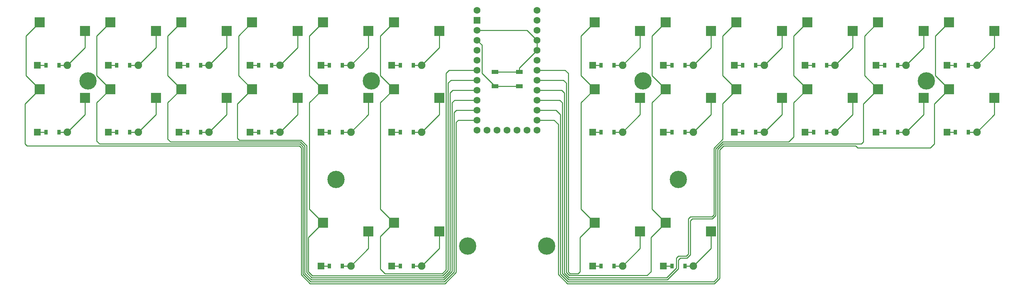
<source format=gbr>
%TF.GenerationSoftware,KiCad,Pcbnew,9.0.0*%
%TF.CreationDate,2025-03-17T14:32:24+01:00*%
%TF.ProjectId,pcb,7063622e-6b69-4636-9164-5f7063625858,v1.0.0*%
%TF.SameCoordinates,Original*%
%TF.FileFunction,Copper,L2,Bot*%
%TF.FilePolarity,Positive*%
%FSLAX46Y46*%
G04 Gerber Fmt 4.6, Leading zero omitted, Abs format (unit mm)*
G04 Created by KiCad (PCBNEW 9.0.0) date 2025-03-17 14:32:24*
%MOMM*%
%LPD*%
G01*
G04 APERTURE LIST*
%TA.AperFunction,SMDPad,CuDef*%
%ADD10R,2.600000X2.600000*%
%TD*%
%TA.AperFunction,SMDPad,CuDef*%
%ADD11R,0.900000X1.200000*%
%TD*%
%TA.AperFunction,ComponentPad*%
%ADD12R,1.778000X1.778000*%
%TD*%
%TA.AperFunction,ComponentPad*%
%ADD13C,1.905000*%
%TD*%
%TA.AperFunction,ComponentPad*%
%ADD14C,1.752600*%
%TD*%
%TA.AperFunction,ComponentPad*%
%ADD15R,1.752600X1.752600*%
%TD*%
%TA.AperFunction,SMDPad,CuDef*%
%ADD16R,1.800000X1.100000*%
%TD*%
%TA.AperFunction,ComponentPad*%
%ADD17C,4.400000*%
%TD*%
%TA.AperFunction,ComponentPad*%
%ADD18C,0.700000*%
%TD*%
%TA.AperFunction,Conductor*%
%ADD19C,0.250000*%
%TD*%
G04 APERTURE END LIST*
D10*
%TO.P,S1,1*%
%TO.N,D23*%
X96725000Y-94050000D03*
%TO.P,S1,2*%
%TO.N,outer_lbottom*%
X108275000Y-96250000D03*
%TD*%
%TO.P,S2,1*%
%TO.N,D23*%
X96725000Y-77050000D03*
%TO.P,S2,2*%
%TO.N,outer_ltop*%
X108275000Y-79250000D03*
%TD*%
%TO.P,S3,1*%
%TO.N,D20*%
X114725000Y-94050000D03*
%TO.P,S3,2*%
%TO.N,pinky_lbottom*%
X126275000Y-96250000D03*
%TD*%
%TO.P,S4,1*%
%TO.N,D20*%
X114725000Y-77050000D03*
%TO.P,S4,2*%
%TO.N,pinky_ltop*%
X126275000Y-79250000D03*
%TD*%
%TO.P,S5,1*%
%TO.N,D22*%
X132725000Y-94050000D03*
%TO.P,S5,2*%
%TO.N,ring_lbottom*%
X144275000Y-96250000D03*
%TD*%
%TO.P,S6,1*%
%TO.N,D22*%
X132725000Y-77050000D03*
%TO.P,S6,2*%
%TO.N,ring_ltop*%
X144275000Y-79250000D03*
%TD*%
%TO.P,S7,1*%
%TO.N,D26*%
X150725000Y-94050000D03*
%TO.P,S7,2*%
%TO.N,middle_lbottom*%
X162275000Y-96250000D03*
%TD*%
%TO.P,S8,1*%
%TO.N,D26*%
X150725000Y-77050000D03*
%TO.P,S8,2*%
%TO.N,middle_ltop*%
X162275000Y-79250000D03*
%TD*%
%TO.P,S9,1*%
%TO.N,D27*%
X168725000Y-94050000D03*
%TO.P,S9,2*%
%TO.N,index_lbottom*%
X180275000Y-96250000D03*
%TD*%
%TO.P,S10,1*%
%TO.N,D27*%
X168725000Y-77050000D03*
%TO.P,S10,2*%
%TO.N,index_ltop*%
X180275000Y-79250000D03*
%TD*%
%TO.P,S11,1*%
%TO.N,D28*%
X186725000Y-94050000D03*
%TO.P,S11,2*%
%TO.N,inner_lbottom*%
X198275000Y-96250000D03*
%TD*%
%TO.P,S12,1*%
%TO.N,D28*%
X186725000Y-77050000D03*
%TO.P,S12,2*%
%TO.N,inner_ltop*%
X198275000Y-79250000D03*
%TD*%
%TO.P,S13,1*%
%TO.N,D3*%
X237725000Y-94050000D03*
%TO.P,S13,2*%
%TO.N,inner_rbottom*%
X249275000Y-96250000D03*
%TD*%
%TO.P,S14,1*%
%TO.N,D3*%
X237725000Y-77050000D03*
%TO.P,S14,2*%
%TO.N,inner_rtop*%
X249275000Y-79250000D03*
%TD*%
%TO.P,S15,1*%
%TO.N,D4*%
X255725000Y-94050000D03*
%TO.P,S15,2*%
%TO.N,index_rbottom*%
X267275000Y-96250000D03*
%TD*%
%TO.P,S16,1*%
%TO.N,D4*%
X255725000Y-77050000D03*
%TO.P,S16,2*%
%TO.N,index_rtop*%
X267275000Y-79250000D03*
%TD*%
%TO.P,S17,1*%
%TO.N,D5*%
X273725000Y-94050000D03*
%TO.P,S17,2*%
%TO.N,middle_rbottom*%
X285275000Y-96250000D03*
%TD*%
%TO.P,S18,1*%
%TO.N,D5*%
X273725000Y-77050000D03*
%TO.P,S18,2*%
%TO.N,middle_rtop*%
X285275000Y-79250000D03*
%TD*%
%TO.P,S19,1*%
%TO.N,D6*%
X291725000Y-94050000D03*
%TO.P,S19,2*%
%TO.N,ring_rbottom*%
X303275000Y-96250000D03*
%TD*%
%TO.P,S20,1*%
%TO.N,D6*%
X291725000Y-77050000D03*
%TO.P,S20,2*%
%TO.N,ring_rtop*%
X303275000Y-79250000D03*
%TD*%
%TO.P,S21,1*%
%TO.N,D7*%
X309725000Y-94050000D03*
%TO.P,S21,2*%
%TO.N,pinky_rbottom*%
X321275000Y-96250000D03*
%TD*%
%TO.P,S22,1*%
%TO.N,D7*%
X309725000Y-77050000D03*
%TO.P,S22,2*%
%TO.N,pinky_rtop*%
X321275000Y-79250000D03*
%TD*%
%TO.P,S23,1*%
%TO.N,D8*%
X327725000Y-94050000D03*
%TO.P,S23,2*%
%TO.N,outer_rbottom*%
X339275000Y-96250000D03*
%TD*%
%TO.P,S24,1*%
%TO.N,D8*%
X327725000Y-77050000D03*
%TO.P,S24,2*%
%TO.N,outer_rtop*%
X339275000Y-79250000D03*
%TD*%
%TO.P,S25,1*%
%TO.N,D27*%
X168725000Y-128050000D03*
%TO.P,S25,2*%
%TO.N,outer_lttop*%
X180275000Y-130250000D03*
%TD*%
%TO.P,S26,1*%
%TO.N,D28*%
X186725000Y-128050000D03*
%TO.P,S26,2*%
%TO.N,inner_lttop*%
X198275000Y-130250000D03*
%TD*%
%TO.P,S27,1*%
%TO.N,D3*%
X237725000Y-128050000D03*
%TO.P,S27,2*%
%TO.N,inner_rttop*%
X249275000Y-130250000D03*
%TD*%
%TO.P,S28,1*%
%TO.N,D4*%
X255725000Y-128050000D03*
%TO.P,S28,2*%
%TO.N,outer_rttop*%
X267275000Y-130250000D03*
%TD*%
D11*
%TO.P,D1,2*%
%TO.N,outer_lbottom*%
X101650000Y-105000000D03*
%TO.P,D1,1*%
%TO.N,D21*%
X98350000Y-105000000D03*
D12*
X96190000Y-105000000D03*
D13*
%TO.P,D1,2*%
%TO.N,outer_lbottom*%
X103810000Y-105000000D03*
%TD*%
D11*
%TO.P,D2,2*%
%TO.N,outer_ltop*%
X101650000Y-88000000D03*
%TO.P,D2,1*%
%TO.N,D29*%
X98350000Y-88000000D03*
D12*
X96190000Y-88000000D03*
D13*
%TO.P,D2,2*%
%TO.N,outer_ltop*%
X103810000Y-88000000D03*
%TD*%
D11*
%TO.P,D3,2*%
%TO.N,pinky_lbottom*%
X119650000Y-105000000D03*
%TO.P,D3,1*%
%TO.N,D21*%
X116350000Y-105000000D03*
D12*
X114190000Y-105000000D03*
D13*
%TO.P,D3,2*%
%TO.N,pinky_lbottom*%
X121810000Y-105000000D03*
%TD*%
D11*
%TO.P,D4,2*%
%TO.N,pinky_ltop*%
X119650000Y-88000000D03*
%TO.P,D4,1*%
%TO.N,D29*%
X116350000Y-88000000D03*
D12*
X114190000Y-88000000D03*
D13*
%TO.P,D4,2*%
%TO.N,pinky_ltop*%
X121810000Y-88000000D03*
%TD*%
D11*
%TO.P,D5,2*%
%TO.N,ring_lbottom*%
X137650000Y-105000000D03*
%TO.P,D5,1*%
%TO.N,D21*%
X134350000Y-105000000D03*
D12*
X132190000Y-105000000D03*
D13*
%TO.P,D5,2*%
%TO.N,ring_lbottom*%
X139810000Y-105000000D03*
%TD*%
D11*
%TO.P,D6,2*%
%TO.N,ring_ltop*%
X137650000Y-88000000D03*
%TO.P,D6,1*%
%TO.N,D29*%
X134350000Y-88000000D03*
D12*
X132190000Y-88000000D03*
D13*
%TO.P,D6,2*%
%TO.N,ring_ltop*%
X139810000Y-88000000D03*
%TD*%
D11*
%TO.P,D7,2*%
%TO.N,middle_lbottom*%
X155650000Y-105000000D03*
%TO.P,D7,1*%
%TO.N,D21*%
X152350000Y-105000000D03*
D12*
X150190000Y-105000000D03*
D13*
%TO.P,D7,2*%
%TO.N,middle_lbottom*%
X157810000Y-105000000D03*
%TD*%
D11*
%TO.P,D8,2*%
%TO.N,middle_ltop*%
X155650000Y-88000000D03*
%TO.P,D8,1*%
%TO.N,D29*%
X152350000Y-88000000D03*
D12*
X150190000Y-88000000D03*
D13*
%TO.P,D8,2*%
%TO.N,middle_ltop*%
X157810000Y-88000000D03*
%TD*%
D11*
%TO.P,D9,2*%
%TO.N,index_lbottom*%
X173650000Y-105000000D03*
%TO.P,D9,1*%
%TO.N,D21*%
X170350000Y-105000000D03*
D12*
X168190000Y-105000000D03*
D13*
%TO.P,D9,2*%
%TO.N,index_lbottom*%
X175810000Y-105000000D03*
%TD*%
D11*
%TO.P,D10,2*%
%TO.N,index_ltop*%
X173650000Y-88000000D03*
%TO.P,D10,1*%
%TO.N,D29*%
X170350000Y-88000000D03*
D12*
X168190000Y-88000000D03*
D13*
%TO.P,D10,2*%
%TO.N,index_ltop*%
X175810000Y-88000000D03*
%TD*%
D11*
%TO.P,D11,2*%
%TO.N,inner_lbottom*%
X191650000Y-105000000D03*
%TO.P,D11,1*%
%TO.N,D21*%
X188350000Y-105000000D03*
D12*
X186190000Y-105000000D03*
D13*
%TO.P,D11,2*%
%TO.N,inner_lbottom*%
X193810000Y-105000000D03*
%TD*%
D11*
%TO.P,D12,2*%
%TO.N,inner_ltop*%
X191650000Y-88000000D03*
%TO.P,D12,1*%
%TO.N,D29*%
X188350000Y-88000000D03*
D12*
X186190000Y-88000000D03*
D13*
%TO.P,D12,2*%
%TO.N,inner_ltop*%
X193810000Y-88000000D03*
%TD*%
D11*
%TO.P,D13,2*%
%TO.N,inner_rbottom*%
X242650000Y-105000000D03*
%TO.P,D13,1*%
%TO.N,D9*%
X239350000Y-105000000D03*
D12*
X237190000Y-105000000D03*
D13*
%TO.P,D13,2*%
%TO.N,inner_rbottom*%
X244810000Y-105000000D03*
%TD*%
D11*
%TO.P,D14,2*%
%TO.N,inner_rtop*%
X242650000Y-88000000D03*
%TO.P,D14,1*%
%TO.N,D2*%
X239350000Y-88000000D03*
D12*
X237190000Y-88000000D03*
D13*
%TO.P,D14,2*%
%TO.N,inner_rtop*%
X244810000Y-88000000D03*
%TD*%
D11*
%TO.P,D15,2*%
%TO.N,index_rbottom*%
X260650000Y-105000000D03*
%TO.P,D15,1*%
%TO.N,D9*%
X257350000Y-105000000D03*
D12*
X255190000Y-105000000D03*
D13*
%TO.P,D15,2*%
%TO.N,index_rbottom*%
X262810000Y-105000000D03*
%TD*%
D11*
%TO.P,D16,2*%
%TO.N,index_rtop*%
X260650000Y-88000000D03*
%TO.P,D16,1*%
%TO.N,D2*%
X257350000Y-88000000D03*
D12*
X255190000Y-88000000D03*
D13*
%TO.P,D16,2*%
%TO.N,index_rtop*%
X262810000Y-88000000D03*
%TD*%
D11*
%TO.P,D17,2*%
%TO.N,middle_rbottom*%
X278650000Y-105000000D03*
%TO.P,D17,1*%
%TO.N,D9*%
X275350000Y-105000000D03*
D12*
X273190000Y-105000000D03*
D13*
%TO.P,D17,2*%
%TO.N,middle_rbottom*%
X280810000Y-105000000D03*
%TD*%
D11*
%TO.P,D18,2*%
%TO.N,middle_rtop*%
X278650000Y-88000000D03*
%TO.P,D18,1*%
%TO.N,D2*%
X275350000Y-88000000D03*
D12*
X273190000Y-88000000D03*
D13*
%TO.P,D18,2*%
%TO.N,middle_rtop*%
X280810000Y-88000000D03*
%TD*%
D11*
%TO.P,D19,2*%
%TO.N,ring_rbottom*%
X296650000Y-105000000D03*
%TO.P,D19,1*%
%TO.N,D9*%
X293350000Y-105000000D03*
D12*
X291190000Y-105000000D03*
D13*
%TO.P,D19,2*%
%TO.N,ring_rbottom*%
X298810000Y-105000000D03*
%TD*%
D11*
%TO.P,D20,2*%
%TO.N,ring_rtop*%
X296650000Y-88000000D03*
%TO.P,D20,1*%
%TO.N,D2*%
X293350000Y-88000000D03*
D12*
X291190000Y-88000000D03*
D13*
%TO.P,D20,2*%
%TO.N,ring_rtop*%
X298810000Y-88000000D03*
%TD*%
D11*
%TO.P,D21,2*%
%TO.N,pinky_rbottom*%
X314650000Y-105000000D03*
%TO.P,D21,1*%
%TO.N,D9*%
X311350000Y-105000000D03*
D12*
X309190000Y-105000000D03*
D13*
%TO.P,D21,2*%
%TO.N,pinky_rbottom*%
X316810000Y-105000000D03*
%TD*%
D11*
%TO.P,D22,2*%
%TO.N,pinky_rtop*%
X314650000Y-88000000D03*
%TO.P,D22,1*%
%TO.N,D2*%
X311350000Y-88000000D03*
D12*
X309190000Y-88000000D03*
D13*
%TO.P,D22,2*%
%TO.N,pinky_rtop*%
X316810000Y-88000000D03*
%TD*%
D11*
%TO.P,D23,2*%
%TO.N,outer_rbottom*%
X332650000Y-105000000D03*
%TO.P,D23,1*%
%TO.N,D9*%
X329350000Y-105000000D03*
D12*
X327190000Y-105000000D03*
D13*
%TO.P,D23,2*%
%TO.N,outer_rbottom*%
X334810000Y-105000000D03*
%TD*%
D11*
%TO.P,D24,2*%
%TO.N,outer_rtop*%
X332650000Y-88000000D03*
%TO.P,D24,1*%
%TO.N,D2*%
X329350000Y-88000000D03*
D12*
X327190000Y-88000000D03*
D13*
%TO.P,D24,2*%
%TO.N,outer_rtop*%
X334810000Y-88000000D03*
%TD*%
D11*
%TO.P,D25,2*%
%TO.N,outer_lttop*%
X173650000Y-139000000D03*
%TO.P,D25,1*%
%TO.N,D1*%
X170350000Y-139000000D03*
D12*
X168190000Y-139000000D03*
D13*
%TO.P,D25,2*%
%TO.N,outer_lttop*%
X175810000Y-139000000D03*
%TD*%
D11*
%TO.P,D26,2*%
%TO.N,inner_lttop*%
X191650000Y-139000000D03*
%TO.P,D26,1*%
%TO.N,D1*%
X188350000Y-139000000D03*
D12*
X186190000Y-139000000D03*
D13*
%TO.P,D26,2*%
%TO.N,inner_lttop*%
X193810000Y-139000000D03*
%TD*%
D11*
%TO.P,D27,2*%
%TO.N,inner_rttop*%
X242650000Y-139000000D03*
%TO.P,D27,1*%
%TO.N,D1*%
X239350000Y-139000000D03*
D12*
X237190000Y-139000000D03*
D13*
%TO.P,D27,2*%
%TO.N,inner_rttop*%
X244810000Y-139000000D03*
%TD*%
D11*
%TO.P,D28,2*%
%TO.N,outer_rttop*%
X260650000Y-139000000D03*
%TO.P,D28,1*%
%TO.N,D1*%
X257350000Y-139000000D03*
D12*
X255190000Y-139000000D03*
D13*
%TO.P,D28,2*%
%TO.N,outer_rttop*%
X262810000Y-139000000D03*
%TD*%
D14*
%TO.P,MCU1,2*%
%TO.N,Dm*%
X207880000Y-73990000D03*
D15*
%TO.P,MCU1,1*%
%TO.N,RAW*%
X207880000Y-76530000D03*
D14*
%TO.P,MCU1,2*%
%TO.N,GND*%
X207880000Y-79070000D03*
%TO.P,MCU1,3*%
%TO.N,RST*%
X207880000Y-81610000D03*
%TO.P,MCU1,4*%
%TO.N,VCC*%
X207880000Y-84150000D03*
%TO.P,MCU1,5*%
%TO.N,D29*%
X207880000Y-86690000D03*
%TO.P,MCU1,6*%
%TO.N,D28*%
X207880000Y-89230000D03*
%TO.P,MCU1,7*%
%TO.N,D27*%
X207880000Y-91770000D03*
%TO.P,MCU1,8*%
%TO.N,D26*%
X207880000Y-94310000D03*
%TO.P,MCU1,9*%
%TO.N,D22*%
X207880000Y-96850000D03*
%TO.P,MCU1,10*%
%TO.N,D20*%
X207880000Y-99390000D03*
%TO.P,MCU1,11*%
%TO.N,D23*%
X207880000Y-101930000D03*
%TO.P,MCU1,12*%
%TO.N,D21*%
X207880000Y-104470000D03*
%TO.P,MCU1,13*%
%TO.N,D12*%
X220580000Y-104470000D03*
%TO.P,MCU1,14*%
%TO.N,D13*%
X218040000Y-104470000D03*
%TO.P,MCU1,15*%
%TO.N,D14*%
X215500000Y-104470000D03*
%TO.P,MCU1,16*%
%TO.N,D15*%
X212960000Y-104470000D03*
%TO.P,MCU1,17*%
%TO.N,D16*%
X210420000Y-104470000D03*
%TO.P,MCU1,18*%
%TO.N,Dp*%
X223120000Y-73990000D03*
%TO.P,MCU1,19*%
%TO.N,D0*%
X223120000Y-76530000D03*
%TO.P,MCU1,20*%
%TO.N,D1*%
X223120000Y-79070000D03*
%TO.P,MCU1,21*%
%TO.N,GND*%
X223120000Y-81610000D03*
%TO.P,MCU1,22*%
X223120000Y-84150000D03*
%TO.P,MCU1,23*%
%TO.N,D2*%
X223120000Y-86690000D03*
%TO.P,MCU1,24*%
%TO.N,D3*%
X223120000Y-89230000D03*
%TO.P,MCU1,25*%
%TO.N,D4*%
X223120000Y-91770000D03*
%TO.P,MCU1,26*%
%TO.N,D5*%
X223120000Y-94310000D03*
%TO.P,MCU1,27*%
%TO.N,D6*%
X223120000Y-96850000D03*
%TO.P,MCU1,28*%
%TO.N,D7*%
X223120000Y-99390000D03*
%TO.P,MCU1,29*%
%TO.N,D8*%
X223120000Y-101930000D03*
%TO.P,MCU1,30*%
%TO.N,D9*%
X223120000Y-104470000D03*
%TD*%
D16*
%TO.P,B1,1*%
%TO.N,GND*%
X212400000Y-89650000D03*
X218600000Y-89650000D03*
%TO.P,B1,2*%
%TO.N,RST*%
X212400000Y-93350000D03*
X218600000Y-93350000D03*
%TD*%
D17*
%TO.P,_1,1*%
%TO.N,N/C*%
X109000000Y-92000000D03*
D18*
X110629630Y-92000000D03*
X110152322Y-93152322D03*
X109000000Y-93629630D03*
X107847678Y-93152322D03*
X107370370Y-92000000D03*
X107847678Y-90847678D03*
X109000000Y-90370370D03*
X110152322Y-90847678D03*
%TD*%
D17*
%TO.P,_2,1*%
%TO.N,N/C*%
X181000000Y-92000000D03*
D18*
X182629630Y-92000000D03*
X182152322Y-93152322D03*
X181000000Y-93629630D03*
X179847678Y-93152322D03*
X179370370Y-92000000D03*
X179847678Y-90847678D03*
X181000000Y-90370370D03*
X182152322Y-90847678D03*
%TD*%
D17*
%TO.P,_3,1*%
%TO.N,N/C*%
X250000000Y-92000000D03*
D18*
X251629630Y-92000000D03*
X251152322Y-93152322D03*
X250000000Y-93629630D03*
X248847678Y-93152322D03*
X248370370Y-92000000D03*
X248847678Y-90847678D03*
X250000000Y-90370370D03*
X251152322Y-90847678D03*
%TD*%
D17*
%TO.P,_4,1*%
%TO.N,N/C*%
X322000000Y-92000000D03*
D18*
X323629630Y-92000000D03*
X323152322Y-93152322D03*
X322000000Y-93629630D03*
X320847678Y-93152322D03*
X320370370Y-92000000D03*
X320847678Y-90847678D03*
X322000000Y-90370370D03*
X323152322Y-90847678D03*
%TD*%
D17*
%TO.P,_5,1*%
%TO.N,N/C*%
X172000000Y-117000000D03*
D18*
X173629630Y-117000000D03*
X173152322Y-118152322D03*
X172000000Y-118629630D03*
X170847678Y-118152322D03*
X170370370Y-117000000D03*
X170847678Y-115847678D03*
X172000000Y-115370370D03*
X173152322Y-115847678D03*
%TD*%
D17*
%TO.P,_6,1*%
%TO.N,N/C*%
X259000000Y-117000000D03*
D18*
X260629630Y-117000000D03*
X260152322Y-118152322D03*
X259000000Y-118629630D03*
X257847678Y-118152322D03*
X257370370Y-117000000D03*
X257847678Y-115847678D03*
X259000000Y-115370370D03*
X260152322Y-115847678D03*
%TD*%
D17*
%TO.P,_7,1*%
%TO.N,N/C*%
X205500000Y-134000000D03*
D18*
X207129630Y-134000000D03*
X206652322Y-135152322D03*
X205500000Y-135629630D03*
X204347678Y-135152322D03*
X203870370Y-134000000D03*
X204347678Y-132847678D03*
X205500000Y-132370370D03*
X206652322Y-132847678D03*
%TD*%
D17*
%TO.P,_8,1*%
%TO.N,N/C*%
X225500000Y-134000000D03*
D18*
X227129630Y-134000000D03*
X226652322Y-135152322D03*
X225500000Y-135629630D03*
X224347678Y-135152322D03*
X223870370Y-134000000D03*
X224347678Y-132847678D03*
X225500000Y-132370370D03*
X226652322Y-132847678D03*
%TD*%
D19*
%TO.N,D3*%
X237725000Y-128050000D02*
X234000000Y-131775000D01*
X234000000Y-131775000D02*
X234000000Y-140500000D01*
X231500000Y-141000000D02*
X231000000Y-140500000D01*
X234000000Y-140500000D02*
X233500000Y-141000000D01*
X231000000Y-140500000D02*
X231000000Y-90000000D01*
X233500000Y-141000000D02*
X231500000Y-141000000D01*
X231000000Y-90000000D02*
X230230000Y-89230000D01*
X230230000Y-89230000D02*
X223120000Y-89230000D01*
%TO.N,D4*%
X255725000Y-128050000D02*
X252000000Y-131775000D01*
X252000000Y-140500000D02*
X251049000Y-141451000D01*
X251049000Y-141451000D02*
X231313190Y-141451000D01*
X231313190Y-141451000D02*
X230500000Y-140637810D01*
X252000000Y-131775000D02*
X252000000Y-140500000D01*
X230500000Y-92500000D02*
X229770000Y-91770000D01*
X230500000Y-140637810D02*
X230500000Y-92500000D01*
X229770000Y-91770000D02*
X223120000Y-91770000D01*
%TO.N,D5*%
X273725000Y-94275000D02*
X270273100Y-97726900D01*
X270273100Y-106813470D02*
X268000000Y-109086570D01*
X261500000Y-127000000D02*
X261500000Y-136000000D01*
X261500000Y-136000000D02*
X261000000Y-136500000D01*
X268000000Y-109086570D02*
X268000000Y-126000000D01*
X256052000Y-142000000D02*
X231224380Y-142000000D01*
X268000000Y-126000000D02*
X267500000Y-126500000D01*
X273725000Y-94050000D02*
X273725000Y-94275000D01*
X259000000Y-136500000D02*
X258500000Y-137000000D01*
X267500000Y-126500000D02*
X262000000Y-126500000D01*
X270273100Y-97726900D02*
X270273100Y-106813470D01*
X229310000Y-94310000D02*
X223120000Y-94310000D01*
X262000000Y-126500000D02*
X261500000Y-127000000D01*
X261000000Y-136500000D02*
X259000000Y-136500000D01*
X258500000Y-137000000D02*
X258500000Y-139552000D01*
X258500000Y-139552000D02*
X256052000Y-142000000D01*
X231224380Y-142000000D02*
X230000000Y-140775620D01*
X230000000Y-140775620D02*
X230000000Y-95000000D01*
X230000000Y-95000000D02*
X229310000Y-94310000D01*
%TO.N,D6*%
X268500000Y-126137810D02*
X267637810Y-127000000D01*
X288273100Y-106226900D02*
X287000000Y-107500000D01*
X267637810Y-127000000D02*
X262500000Y-127000000D01*
X259000000Y-137500000D02*
X259000000Y-139689810D01*
X262000000Y-136137810D02*
X261137810Y-137000000D01*
X291725000Y-94050000D02*
X288273100Y-97501900D01*
X287000000Y-107500000D02*
X270224380Y-107500000D01*
X262000000Y-127500000D02*
X262000000Y-136137810D01*
X270224380Y-107500000D02*
X268500000Y-109224380D01*
X288273100Y-97501900D02*
X288273100Y-106226900D01*
X259000000Y-139689810D02*
X256189810Y-142500000D01*
X262500000Y-127000000D02*
X262000000Y-127500000D01*
X268500000Y-109224380D02*
X268500000Y-126137810D01*
X229500000Y-140913430D02*
X229500000Y-97500000D01*
X261137810Y-137000000D02*
X259500000Y-137000000D01*
X259500000Y-137000000D02*
X259000000Y-137500000D01*
X256189810Y-142500000D02*
X231086570Y-142500000D01*
X231086570Y-142500000D02*
X229500000Y-140913430D01*
X229500000Y-97500000D02*
X228850000Y-96850000D01*
X228850000Y-96850000D02*
X223120000Y-96850000D01*
%TO.N,D7*%
X309725000Y-94050000D02*
X306000000Y-97775000D01*
X306000000Y-107500000D02*
X305500000Y-108000000D01*
X268000000Y-143000000D02*
X230948760Y-143000000D01*
X306000000Y-97775000D02*
X306000000Y-107500000D01*
X305500000Y-108000000D02*
X270362190Y-108000000D01*
X227890000Y-99390000D02*
X223120000Y-99390000D01*
X269000000Y-142000000D02*
X268000000Y-143000000D01*
X270362190Y-108000000D02*
X269000000Y-109362190D01*
X229000000Y-141051240D02*
X229000000Y-100500000D01*
X229000000Y-100500000D02*
X227890000Y-99390000D01*
X269000000Y-109362190D02*
X269000000Y-142000000D01*
X230948760Y-143000000D02*
X229000000Y-141051240D01*
%TO.N,D8*%
X304000000Y-108500000D02*
X270500000Y-108500000D01*
X324000000Y-108000000D02*
X323000000Y-109000000D01*
X324000000Y-97775000D02*
X324000000Y-108000000D01*
X304500000Y-109000000D02*
X304000000Y-108500000D01*
X228500000Y-103000000D02*
X227430000Y-101930000D01*
X269500000Y-109500000D02*
X269500000Y-142137810D01*
X323000000Y-109000000D02*
X304500000Y-109000000D01*
X270500000Y-108500000D02*
X269500000Y-109500000D01*
X269500000Y-142137810D02*
X268137810Y-143500000D01*
X268137810Y-143500000D02*
X230810950Y-143500000D01*
X327725000Y-94050000D02*
X324000000Y-97775000D01*
X230810950Y-143500000D02*
X228500000Y-141189050D01*
X228500000Y-141189050D02*
X228500000Y-103000000D01*
X227430000Y-101930000D02*
X223120000Y-101930000D01*
%TO.N,D28*%
X186725000Y-128050000D02*
X183273100Y-131501900D01*
X183273100Y-131501900D02*
X183273100Y-139773100D01*
X183273100Y-139773100D02*
X184500000Y-141000000D01*
X184500000Y-141000000D02*
X199000000Y-141000000D01*
X199000000Y-141000000D02*
X200000000Y-140000000D01*
X200000000Y-140000000D02*
X200000000Y-90000000D01*
X200000000Y-90000000D02*
X200770000Y-89230000D01*
X200770000Y-89230000D02*
X207880000Y-89230000D01*
%TO.N,D27*%
X168725000Y-128050000D02*
X165000000Y-131775000D01*
X165000000Y-131775000D02*
X165000000Y-140500000D01*
X166000000Y-141500000D02*
X199137810Y-141500000D01*
X165000000Y-140500000D02*
X166000000Y-141500000D01*
X200500000Y-92500000D02*
X201230000Y-91770000D01*
X199137810Y-141500000D02*
X200500000Y-140137810D01*
X201230000Y-91770000D02*
X207880000Y-91770000D01*
X200500000Y-140137810D02*
X200500000Y-92500000D01*
%TO.N,D26*%
X147000000Y-97775000D02*
X147000000Y-106500000D01*
X147500000Y-107000000D02*
X163137810Y-107000000D01*
X201000000Y-95000000D02*
X201690000Y-94310000D01*
X163137810Y-107000000D02*
X164549000Y-108411190D01*
X147000000Y-106500000D02*
X147500000Y-107000000D01*
X201000000Y-140275620D02*
X201000000Y-95000000D01*
X164549000Y-108411190D02*
X164549000Y-140686810D01*
X164549000Y-140686810D02*
X165862190Y-142000000D01*
X199275620Y-142000000D02*
X201000000Y-140275620D01*
X165862190Y-142000000D02*
X199275620Y-142000000D01*
X150725000Y-94050000D02*
X147000000Y-97775000D01*
X201690000Y-94310000D02*
X207880000Y-94310000D01*
%TO.N,D22*%
X132725000Y-94050000D02*
X129273100Y-97501900D01*
X202150000Y-96850000D02*
X207880000Y-96850000D01*
X129273100Y-97501900D02*
X129273100Y-106773100D01*
X129273100Y-106773100D02*
X130000000Y-107500000D01*
X130000000Y-107500000D02*
X163000000Y-107500000D01*
X199413430Y-142500000D02*
X201500000Y-140413430D01*
X163000000Y-107500000D02*
X164098000Y-108598000D01*
X164098000Y-140873620D02*
X165724380Y-142500000D01*
X164098000Y-108598000D02*
X164098000Y-140873620D01*
X165724380Y-142500000D02*
X199413430Y-142500000D01*
X201500000Y-97500000D02*
X202150000Y-96850000D01*
X201500000Y-140413430D02*
X201500000Y-97500000D01*
%TO.N,D20*%
X114725000Y-94050000D02*
X111273100Y-97501900D01*
X111273100Y-97501900D02*
X111273100Y-107273100D01*
X163647000Y-141060430D02*
X165586570Y-143000000D01*
X162862190Y-108000000D02*
X163647000Y-108784810D01*
X111273100Y-107273100D02*
X112000000Y-108000000D01*
X163647000Y-108784810D02*
X163647000Y-141060430D01*
X202000000Y-140551240D02*
X202000000Y-100000000D01*
X165586570Y-143000000D02*
X199551240Y-143000000D01*
X202610000Y-99390000D02*
X207880000Y-99390000D01*
X202000000Y-100000000D02*
X202610000Y-99390000D01*
X199551240Y-143000000D02*
X202000000Y-140551240D01*
X112000000Y-108000000D02*
X162862190Y-108000000D01*
%TO.N,D23*%
X93000000Y-108000000D02*
X93500000Y-108500000D01*
X96725000Y-94050000D02*
X93000000Y-97775000D01*
X162724380Y-108500000D02*
X163196000Y-108971620D01*
X163196000Y-108971620D02*
X163196000Y-141247240D01*
X163196000Y-141247240D02*
X165448760Y-143500000D01*
X165448760Y-143500000D02*
X199689050Y-143500000D01*
X202500000Y-102500000D02*
X203070000Y-101930000D01*
X93500000Y-108500000D02*
X162724380Y-108500000D01*
X93000000Y-97775000D02*
X93000000Y-108000000D01*
X199689050Y-143500000D02*
X202500000Y-140689050D01*
X202500000Y-140689050D02*
X202500000Y-102500000D01*
X203070000Y-101930000D02*
X207880000Y-101930000D01*
%TO.N,D3*%
X234273100Y-90598100D02*
X234273100Y-89500000D01*
%TO.N,D8*%
X327725000Y-94050000D02*
X324273100Y-90598100D01*
X324273100Y-90598100D02*
X324273100Y-80501900D01*
X324273100Y-80501900D02*
X327725000Y-77050000D01*
%TO.N,D7*%
X309725000Y-94050000D02*
X306273100Y-90598100D01*
X306273100Y-90598100D02*
X306273100Y-80501900D01*
X306273100Y-80501900D02*
X309725000Y-77050000D01*
%TO.N,D6*%
X291725000Y-94050000D02*
X288273100Y-90598100D01*
X288273100Y-90598100D02*
X288273100Y-80501900D01*
X288273100Y-80501900D02*
X291725000Y-77050000D01*
%TO.N,D5*%
X273725000Y-94050000D02*
X270273100Y-90598100D01*
X270273100Y-80501900D02*
X273725000Y-77050000D01*
X270273100Y-90598100D02*
X270273100Y-80501900D01*
%TO.N,D4*%
X255725000Y-94050000D02*
X252273100Y-90598100D01*
X252273100Y-80501900D02*
X255725000Y-77050000D01*
X252273100Y-90598100D02*
X252273100Y-80501900D01*
%TO.N,D3*%
X237725000Y-94050000D02*
X234273100Y-90598100D01*
X234273100Y-89500000D02*
X234273100Y-80501900D01*
X234273100Y-80501900D02*
X237725000Y-77050000D01*
%TO.N,D4*%
X255725000Y-128050000D02*
X252273100Y-124598100D01*
X252273100Y-97501900D02*
X255725000Y-94050000D01*
X252273100Y-124598100D02*
X252273100Y-97501900D01*
%TO.N,D3*%
X237725000Y-128050000D02*
X234273100Y-124598100D01*
X234273100Y-124598100D02*
X234273100Y-97501900D01*
X234273100Y-97501900D02*
X237725000Y-94050000D01*
%TO.N,D23*%
X96725000Y-94050000D02*
X93273100Y-90598100D01*
X93273100Y-80501900D02*
X96725000Y-77050000D01*
X93273100Y-90598100D02*
X93273100Y-80501900D01*
%TO.N,D20*%
X114725000Y-94050000D02*
X111273100Y-90598100D01*
X111273100Y-80501900D02*
X114725000Y-77050000D01*
X111273100Y-90598100D02*
X111273100Y-80501900D01*
%TO.N,D22*%
X132725000Y-94050000D02*
X129273100Y-90598100D01*
X129273100Y-90598100D02*
X129273100Y-80501900D01*
X129273100Y-80501900D02*
X132725000Y-77050000D01*
%TO.N,D26*%
X150725000Y-94050000D02*
X147273100Y-90598100D01*
X147273100Y-90598100D02*
X147273100Y-80501900D01*
X147273100Y-80501900D02*
X150725000Y-77050000D01*
%TO.N,D27*%
X168725000Y-94050000D02*
X165273100Y-90598100D01*
X165273100Y-80501900D02*
X168725000Y-77050000D01*
X165273100Y-90598100D02*
X165273100Y-80501900D01*
X168725000Y-128050000D02*
X165273100Y-124598100D01*
X165273100Y-124598100D02*
X165273100Y-97501900D01*
X165273100Y-97501900D02*
X168725000Y-94050000D01*
%TO.N,D28*%
X186725000Y-94050000D02*
X183273100Y-90598100D01*
X183273100Y-90598100D02*
X183273100Y-80501900D01*
X183273100Y-80501900D02*
X186725000Y-77050000D01*
X186725000Y-128050000D02*
X183273100Y-124598100D01*
X183273100Y-124598100D02*
X183273100Y-97501900D01*
X183273100Y-97501900D02*
X186725000Y-94050000D01*
%TO.N,RST*%
X212400000Y-93350000D02*
X209082300Y-90032300D01*
X209082300Y-90032300D02*
X209082300Y-82812300D01*
X209082300Y-82812300D02*
X207880000Y-81610000D01*
%TO.N,GND*%
X207880000Y-79070000D02*
X220580000Y-79070000D01*
X220580000Y-79070000D02*
X223120000Y-81610000D01*
X223120000Y-84150000D02*
X223120000Y-81610000D01*
X218600000Y-89650000D02*
X218600000Y-88670000D01*
X218600000Y-88670000D02*
X223120000Y-84150000D01*
%TO.N,RST*%
X212400000Y-93350000D02*
X218600000Y-93350000D01*
%TO.N,GND*%
X212400000Y-89650000D02*
X218600000Y-89650000D01*
%TO.N,inner_rbottom*%
X244810000Y-105000000D02*
X249275000Y-100535000D01*
X249275000Y-100535000D02*
X249275000Y-96250000D01*
%TO.N,index_rbottom*%
X262810000Y-105000000D02*
X267275000Y-100535000D01*
X267275000Y-100535000D02*
X267275000Y-96250000D01*
%TO.N,middle_rbottom*%
X280810000Y-105000000D02*
X285275000Y-100535000D01*
X285275000Y-100535000D02*
X285275000Y-96250000D01*
%TO.N,ring_rbottom*%
X298810000Y-105000000D02*
X303275000Y-100535000D01*
X303275000Y-100535000D02*
X303275000Y-96250000D01*
%TO.N,pinky_rbottom*%
X316810000Y-105000000D02*
X321275000Y-100535000D01*
X321275000Y-100535000D02*
X321275000Y-96250000D01*
%TO.N,outer_rbottom*%
X334810000Y-105000000D02*
X339275000Y-100535000D01*
X339275000Y-100535000D02*
X339275000Y-96250000D01*
%TO.N,outer_rtop*%
X334810000Y-88000000D02*
X339275000Y-83535000D01*
X339275000Y-83535000D02*
X339275000Y-79250000D01*
%TO.N,pinky_rtop*%
X316810000Y-88000000D02*
X321275000Y-83535000D01*
X321275000Y-83535000D02*
X321275000Y-79250000D01*
%TO.N,ring_rtop*%
X298810000Y-88000000D02*
X303275000Y-83535000D01*
X303275000Y-83535000D02*
X303275000Y-79250000D01*
%TO.N,middle_rtop*%
X280810000Y-88000000D02*
X285275000Y-83535000D01*
X285275000Y-83535000D02*
X285275000Y-79250000D01*
%TO.N,index_rtop*%
X262810000Y-88000000D02*
X267275000Y-83535000D01*
X267275000Y-83535000D02*
X267275000Y-79250000D01*
%TO.N,inner_rtop*%
X244810000Y-88000000D02*
X249275000Y-83535000D01*
X249275000Y-83535000D02*
X249275000Y-79250000D01*
%TO.N,D9*%
X239350000Y-105000000D02*
X237190000Y-105000000D01*
%TO.N,inner_rbottom*%
X244810000Y-105000000D02*
X242650000Y-105000000D01*
%TO.N,D9*%
X257350000Y-105000000D02*
X255190000Y-105000000D01*
%TO.N,index_rbottom*%
X262810000Y-105000000D02*
X260650000Y-105000000D01*
%TO.N,D9*%
X275350000Y-105000000D02*
X273190000Y-105000000D01*
%TO.N,middle_rbottom*%
X280810000Y-105000000D02*
X278650000Y-105000000D01*
%TO.N,D9*%
X293350000Y-105000000D02*
X291190000Y-105000000D01*
%TO.N,ring_rbottom*%
X298810000Y-105000000D02*
X296650000Y-105000000D01*
%TO.N,D9*%
X311350000Y-105000000D02*
X309190000Y-105000000D01*
%TO.N,pinky_rbottom*%
X316810000Y-105000000D02*
X314650000Y-105000000D01*
%TO.N,D9*%
X329350000Y-105000000D02*
X327190000Y-105000000D01*
%TO.N,outer_rbottom*%
X334810000Y-105000000D02*
X332650000Y-105000000D01*
%TO.N,outer_rtop*%
X332650000Y-88000000D02*
X334810000Y-88000000D01*
%TO.N,D2*%
X327190000Y-88000000D02*
X329350000Y-88000000D01*
%TO.N,pinky_rtop*%
X314650000Y-88000000D02*
X316810000Y-88000000D01*
%TO.N,D2*%
X309190000Y-88000000D02*
X311350000Y-88000000D01*
%TO.N,ring_rtop*%
X296650000Y-88000000D02*
X298810000Y-88000000D01*
%TO.N,D2*%
X291190000Y-88000000D02*
X293350000Y-88000000D01*
%TO.N,middle_rtop*%
X278650000Y-88000000D02*
X280810000Y-88000000D01*
%TO.N,D2*%
X273190000Y-88000000D02*
X275350000Y-88000000D01*
%TO.N,index_rtop*%
X260650000Y-88000000D02*
X262810000Y-88000000D01*
%TO.N,D2*%
X255190000Y-88000000D02*
X257350000Y-88000000D01*
%TO.N,inner_rtop*%
X242650000Y-88000000D02*
X244810000Y-88000000D01*
%TO.N,D2*%
X237190000Y-88000000D02*
X239350000Y-88000000D01*
%TO.N,outer_rttop*%
X262810000Y-139000000D02*
X267275000Y-134535000D01*
X267275000Y-134535000D02*
X267275000Y-130250000D01*
%TO.N,inner_rttop*%
X244810000Y-139000000D02*
X249275000Y-134535000D01*
X249275000Y-134535000D02*
X249275000Y-130250000D01*
%TO.N,outer_rttop*%
X260650000Y-139000000D02*
X262810000Y-139000000D01*
%TO.N,D1*%
X255190000Y-139000000D02*
X257350000Y-139000000D01*
%TO.N,inner_rttop*%
X242650000Y-139000000D02*
X244810000Y-139000000D01*
%TO.N,D1*%
X237190000Y-139000000D02*
X239350000Y-139000000D01*
%TO.N,inner_lttop*%
X193810000Y-139000000D02*
X198275000Y-134535000D01*
X198275000Y-134535000D02*
X198275000Y-130250000D01*
%TO.N,outer_lttop*%
X175810000Y-139000000D02*
X180275000Y-134535000D01*
X180275000Y-134535000D02*
X180275000Y-130250000D01*
%TO.N,inner_lttop*%
X191650000Y-139000000D02*
X193810000Y-139000000D01*
%TO.N,D1*%
X186190000Y-139000000D02*
X188350000Y-139000000D01*
%TO.N,outer_lttop*%
X173650000Y-139000000D02*
X175810000Y-139000000D01*
%TO.N,D1*%
X168190000Y-139000000D02*
X170350000Y-139000000D01*
%TO.N,outer_lbottom*%
X103810000Y-105000000D02*
X108275000Y-100535000D01*
X108275000Y-100535000D02*
X108275000Y-96250000D01*
%TO.N,pinky_lbottom*%
X121810000Y-105000000D02*
X126275000Y-100535000D01*
X126275000Y-100535000D02*
X126275000Y-96250000D01*
%TO.N,ring_lbottom*%
X139810000Y-105000000D02*
X144275000Y-100535000D01*
X144275000Y-100535000D02*
X144275000Y-96250000D01*
%TO.N,middle_lbottom*%
X157810000Y-105000000D02*
X162275000Y-100535000D01*
X162275000Y-100535000D02*
X162275000Y-96250000D01*
%TO.N,index_lbottom*%
X175810000Y-105000000D02*
X180275000Y-100535000D01*
X180275000Y-100535000D02*
X180275000Y-96250000D01*
%TO.N,inner_lbottom*%
X193810000Y-105000000D02*
X198275000Y-100535000D01*
X198275000Y-100535000D02*
X198275000Y-96250000D01*
%TO.N,inner_ltop*%
X193810000Y-88000000D02*
X198275000Y-83535000D01*
X198275000Y-83535000D02*
X198275000Y-79250000D01*
%TO.N,index_ltop*%
X175810000Y-88000000D02*
X180275000Y-83535000D01*
X180275000Y-83535000D02*
X180275000Y-79250000D01*
%TO.N,middle_ltop*%
X157810000Y-88000000D02*
X162275000Y-83535000D01*
X162275000Y-83535000D02*
X162275000Y-79250000D01*
%TO.N,ring_ltop*%
X139810000Y-88000000D02*
X144275000Y-83535000D01*
X144275000Y-83535000D02*
X144275000Y-79250000D01*
%TO.N,pinky_ltop*%
X121810000Y-88000000D02*
X126275000Y-83535000D01*
X126275000Y-83535000D02*
X126275000Y-79250000D01*
%TO.N,outer_ltop*%
X103810000Y-88000000D02*
X108275000Y-83535000D01*
X108275000Y-83535000D02*
X108275000Y-79250000D01*
%TO.N,D29*%
X98350000Y-88000000D02*
X96190000Y-88000000D01*
%TO.N,outer_ltop*%
X103810000Y-88000000D02*
X101650000Y-88000000D01*
%TO.N,D29*%
X116350000Y-88000000D02*
X114190000Y-88000000D01*
%TO.N,pinky_ltop*%
X121810000Y-88000000D02*
X119650000Y-88000000D01*
%TO.N,D29*%
X134350000Y-88000000D02*
X132190000Y-88000000D01*
%TO.N,ring_ltop*%
X139810000Y-88000000D02*
X137650000Y-88000000D01*
%TO.N,D29*%
X152350000Y-88000000D02*
X150190000Y-88000000D01*
%TO.N,middle_ltop*%
X157810000Y-88000000D02*
X155650000Y-88000000D01*
%TO.N,D29*%
X170350000Y-88000000D02*
X168190000Y-88000000D01*
%TO.N,index_ltop*%
X175810000Y-88000000D02*
X173650000Y-88000000D01*
%TO.N,D29*%
X188350000Y-88000000D02*
X186190000Y-88000000D01*
%TO.N,inner_ltop*%
X193810000Y-88000000D02*
X191650000Y-88000000D01*
%TO.N,inner_lbottom*%
X191650000Y-105000000D02*
X193810000Y-105000000D01*
%TO.N,D21*%
X186190000Y-105000000D02*
X188350000Y-105000000D01*
%TO.N,index_lbottom*%
X173650000Y-105000000D02*
X175810000Y-105000000D01*
%TO.N,D21*%
X168190000Y-105000000D02*
X170350000Y-105000000D01*
%TO.N,middle_lbottom*%
X155650000Y-105000000D02*
X157810000Y-105000000D01*
%TO.N,D21*%
X150190000Y-105000000D02*
X152350000Y-105000000D01*
%TO.N,ring_lbottom*%
X137650000Y-105000000D02*
X139810000Y-105000000D01*
%TO.N,D21*%
X132190000Y-105000000D02*
X134350000Y-105000000D01*
%TO.N,pinky_lbottom*%
X119650000Y-105000000D02*
X121810000Y-105000000D01*
%TO.N,D21*%
X114190000Y-105000000D02*
X116350000Y-105000000D01*
%TO.N,outer_lbottom*%
X101650000Y-105000000D02*
X103810000Y-105000000D01*
%TO.N,D21*%
X96190000Y-105000000D02*
X98350000Y-105000000D01*
%TD*%
M02*

</source>
